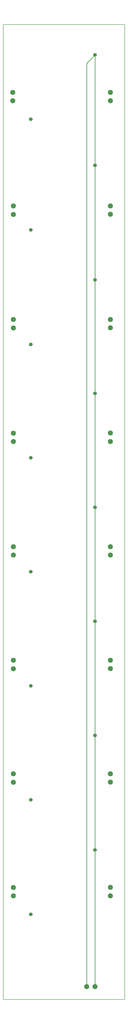
<source format=gbr>
%TF.GenerationSoftware,KiCad,Pcbnew,(6.0.9)*%
%TF.CreationDate,2022-11-19T22:55:32-05:00*%
%TF.ProjectId,Sensor_Board_2x16,53656e73-6f72-45f4-926f-6172645f3278,rev?*%
%TF.SameCoordinates,PX1728520PY19b87b58*%
%TF.FileFunction,Copper,L1,Top*%
%TF.FilePolarity,Positive*%
%FSLAX46Y46*%
G04 Gerber Fmt 4.6, Leading zero omitted, Abs format (unit mm)*
G04 Created by KiCad (PCBNEW (6.0.9)) date 2022-11-19 22:55:32*
%MOMM*%
%LPD*%
G01*
G04 APERTURE LIST*
%TA.AperFunction,Profile*%
%ADD10C,0.200000*%
%TD*%
%TA.AperFunction,ComponentPad*%
%ADD11C,2.100000*%
%TD*%
%TA.AperFunction,ComponentPad*%
%ADD12C,1.524000*%
%TD*%
%TA.AperFunction,Conductor*%
%ADD13C,0.250000*%
%TD*%
G04 APERTURE END LIST*
D10*
X0Y406400000D02*
X50800000Y406400000D01*
X50800000Y406400000D02*
X50800000Y0D01*
X50800000Y0D02*
X0Y0D01*
X0Y0D02*
X0Y406400000D01*
D11*
%TO.P,J15,1,1*%
%TO.N,Net-(J15-Pad1)*%
X44805600Y141383660D03*
%TO.P,J15,2,2*%
%TO.N,Net-(J15-Pad2)*%
X44805600Y137883660D03*
%TD*%
%TO.P,J1,1,1*%
%TO.N,Net-(J10-Pad1)*%
X4000600Y378101800D03*
%TO.P,J1,2,2*%
%TO.N,Net-(J10-Pad2)*%
X4000600Y374601800D03*
%TD*%
D12*
%TO.P,S3,1*%
%TO.N,Net-(S1-Pad1)*%
X38367600Y299924554D03*
%TO.P,S3,2*%
%TO.N,Net-(J12-Pad2)*%
X11497600Y273054554D03*
%TD*%
D11*
%TO.P,J10,1,1*%
%TO.N,Net-(J10-Pad1)*%
X44805600Y378129800D03*
%TO.P,J10,2,2*%
%TO.N,Net-(J10-Pad2)*%
X44805600Y374629800D03*
%TD*%
D12*
%TO.P,S8,1*%
%TO.N,Net-(S1-Pad1)*%
X38367600Y62330600D03*
%TO.P,S8,2*%
%TO.N,Net-(J17-Pad2)*%
X11497600Y35460600D03*
%TD*%
%TO.P,S2,1*%
%TO.N,Net-(S1-Pad1)*%
X38367600Y347665175D03*
%TO.P,S2,2*%
%TO.N,Net-(J11-Pad2)*%
X11497600Y320795175D03*
%TD*%
D11*
%TO.P,J5,1,1*%
%TO.N,Net-(J14-Pad1)*%
X4229200Y188704888D03*
%TO.P,J5,2,2*%
%TO.N,Net-(J14-Pad2)*%
X4229200Y185204888D03*
%TD*%
%TO.P,J13,1,1*%
%TO.N,Net-(J13-Pad1)*%
X44805600Y236082116D03*
%TO.P,J13,2,2*%
%TO.N,Net-(J13-Pad2)*%
X44805600Y232582116D03*
%TD*%
D12*
%TO.P,S5,1*%
%TO.N,Net-(S1-Pad1)*%
X38367600Y205115270D03*
%TO.P,S5,2*%
%TO.N,Net-(J14-Pad2)*%
X11497600Y178245270D03*
%TD*%
D11*
%TO.P,J8,1,1*%
%TO.N,Net-(J17-Pad1)*%
X4229200Y46657200D03*
%TO.P,J8,2,2*%
%TO.N,Net-(J17-Pad2)*%
X4229200Y43157200D03*
%TD*%
D12*
%TO.P,S4,1*%
%TO.N,Net-(S1-Pad1)*%
X38367600Y252631905D03*
%TO.P,S4,2*%
%TO.N,Net-(J13-Pad2)*%
X11497600Y225761905D03*
%TD*%
D11*
%TO.P,J3,1,1*%
%TO.N,Net-(J12-Pad1)*%
X4229200Y283403344D03*
%TO.P,J3,2,2*%
%TO.N,Net-(J12-Pad2)*%
X4229200Y279903344D03*
%TD*%
%TO.P,J7,1,1*%
%TO.N,Net-(J16-Pad1)*%
X4229200Y94006432D03*
%TO.P,J7,2,2*%
%TO.N,Net-(J16-Pad2)*%
X4229200Y90506432D03*
%TD*%
%TO.P,J11,1,1*%
%TO.N,Net-(J11-Pad1)*%
X44805600Y330780572D03*
%TO.P,J11,2,2*%
%TO.N,Net-(J11-Pad2)*%
X44805600Y327280572D03*
%TD*%
%TO.P,J2,1,1*%
%TO.N,Net-(J11-Pad1)*%
X4229200Y330752572D03*
%TO.P,J2,2,2*%
%TO.N,Net-(J11-Pad2)*%
X4229200Y327252572D03*
%TD*%
D12*
%TO.P,S6,1*%
%TO.N,Net-(S1-Pad1)*%
X38367600Y157598635D03*
%TO.P,S6,2*%
%TO.N,Net-(J15-Pad2)*%
X11497600Y130728635D03*
%TD*%
%TO.P,S1,1*%
%TO.N,Net-(S1-Pad1)*%
X38367600Y393780600D03*
%TO.P,S1,2*%
%TO.N,Net-(J10-Pad2)*%
X11497600Y366910600D03*
%TD*%
D11*
%TO.P,J12,1,1*%
%TO.N,Net-(J12-Pad1)*%
X44805600Y283431344D03*
%TO.P,J12,2,2*%
%TO.N,Net-(J12-Pad2)*%
X44805600Y279931344D03*
%TD*%
%TO.P,J16,1,1*%
%TO.N,Net-(J16-Pad1)*%
X44805600Y94034432D03*
%TO.P,J16,2,2*%
%TO.N,Net-(J16-Pad2)*%
X44805600Y90534432D03*
%TD*%
%TO.P,J6,1,1*%
%TO.N,Net-(J15-Pad1)*%
X4229200Y141355660D03*
%TO.P,J6,2,2*%
%TO.N,Net-(J15-Pad2)*%
X4229200Y137855660D03*
%TD*%
D12*
%TO.P,S7,1*%
%TO.N,Net-(S1-Pad1)*%
X38367600Y110082000D03*
%TO.P,S7,2*%
%TO.N,Net-(J16-Pad2)*%
X11497600Y83212000D03*
%TD*%
D11*
%TO.P,J9,1,1*%
%TO.N,Net-(S1-Pad1)*%
X34826000Y5346800D03*
%TO.P,J9,2,2*%
X38326000Y5346800D03*
%TD*%
%TO.P,J14,1,1*%
%TO.N,Net-(J14-Pad1)*%
X44805600Y188732888D03*
%TO.P,J14,2,2*%
%TO.N,Net-(J14-Pad2)*%
X44805600Y185232888D03*
%TD*%
%TO.P,J17,1,1*%
%TO.N,Net-(J17-Pad1)*%
X44805600Y46685200D03*
%TO.P,J17,2,2*%
%TO.N,Net-(J17-Pad2)*%
X44805600Y43185200D03*
%TD*%
%TO.P,J4,1,1*%
%TO.N,Net-(J13-Pad1)*%
X4229200Y236054116D03*
%TO.P,J4,2,2*%
%TO.N,Net-(J13-Pad2)*%
X4229200Y232554116D03*
%TD*%
D13*
%TO.N,Net-(S1-Pad1)*%
X38367600Y62330600D02*
X38367600Y5388400D01*
X34826000Y390239000D02*
X38367600Y393780600D01*
X38367600Y205115270D02*
X38367600Y157598635D01*
X34826000Y5346800D02*
X34826000Y390239000D01*
X38367600Y157598635D02*
X38367600Y110082000D01*
X38367600Y110082000D02*
X38367600Y62330600D01*
X38367600Y299924554D02*
X38367600Y252631905D01*
X38367600Y5388400D02*
X38326000Y5346800D01*
X38367600Y252631905D02*
X38367600Y205115270D01*
X38367600Y347665175D02*
X38367600Y299924554D01*
X38367600Y393780600D02*
X38367600Y347665175D01*
%TD*%
M02*

</source>
